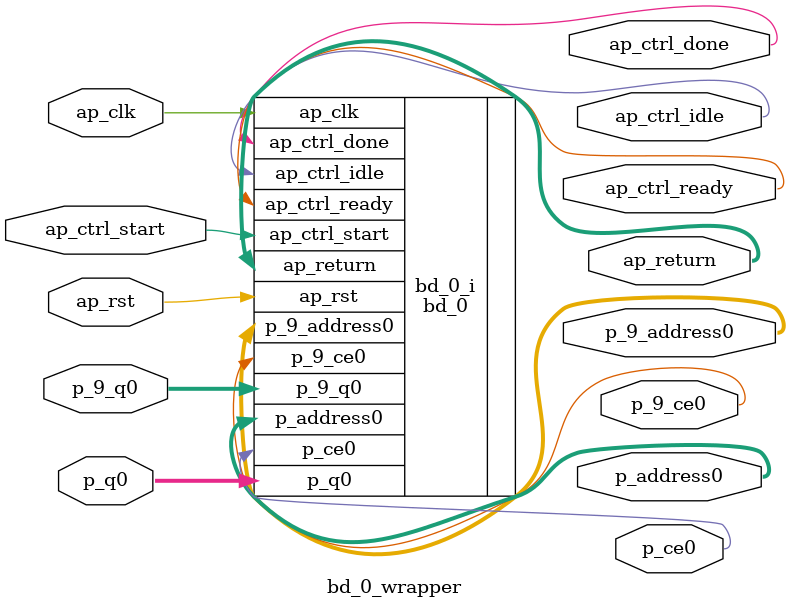
<source format=v>
`timescale 1 ps / 1 ps

module bd_0_wrapper
   (ap_clk,
    ap_ctrl_done,
    ap_ctrl_idle,
    ap_ctrl_ready,
    ap_ctrl_start,
    ap_return,
    ap_rst,
    p_9_address0,
    p_9_ce0,
    p_9_q0,
    p_address0,
    p_ce0,
    p_q0);
  input ap_clk;
  output ap_ctrl_done;
  output ap_ctrl_idle;
  output ap_ctrl_ready;
  input ap_ctrl_start;
  output [31:0]ap_return;
  input ap_rst;
  output [1:0]p_9_address0;
  output p_9_ce0;
  input [7:0]p_9_q0;
  output [3:0]p_address0;
  output p_ce0;
  input [63:0]p_q0;

  wire ap_clk;
  wire ap_ctrl_done;
  wire ap_ctrl_idle;
  wire ap_ctrl_ready;
  wire ap_ctrl_start;
  wire [31:0]ap_return;
  wire ap_rst;
  wire [1:0]p_9_address0;
  wire p_9_ce0;
  wire [7:0]p_9_q0;
  wire [3:0]p_address0;
  wire p_ce0;
  wire [63:0]p_q0;

  bd_0 bd_0_i
       (.ap_clk(ap_clk),
        .ap_ctrl_done(ap_ctrl_done),
        .ap_ctrl_idle(ap_ctrl_idle),
        .ap_ctrl_ready(ap_ctrl_ready),
        .ap_ctrl_start(ap_ctrl_start),
        .ap_return(ap_return),
        .ap_rst(ap_rst),
        .p_9_address0(p_9_address0),
        .p_9_ce0(p_9_ce0),
        .p_9_q0(p_9_q0),
        .p_address0(p_address0),
        .p_ce0(p_ce0),
        .p_q0(p_q0));
endmodule

</source>
